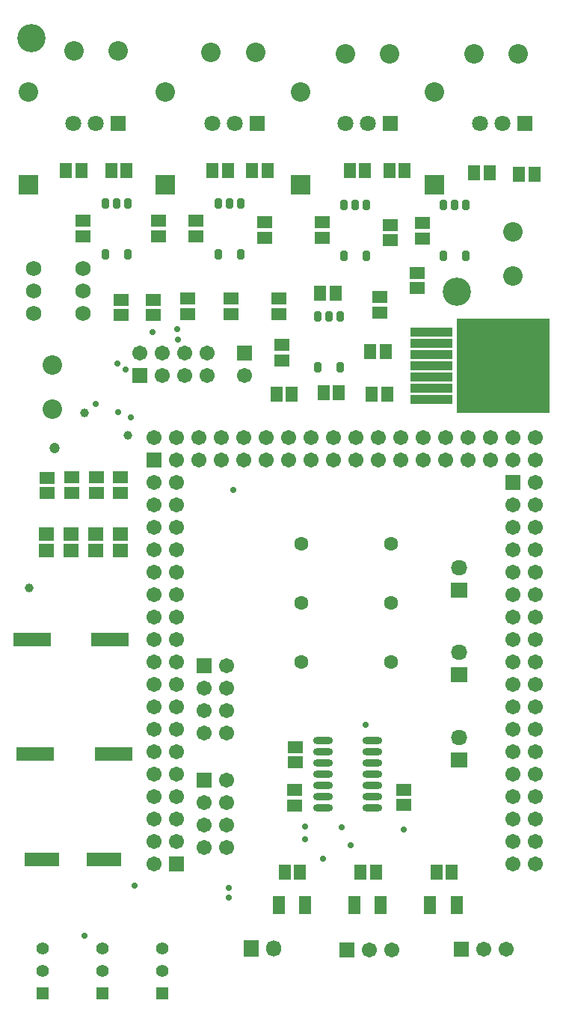
<source format=gts>
G04*
G04 #@! TF.GenerationSoftware,Altium Limited,Altium Designer,18.1.9 (240)*
G04*
G04 Layer_Color=8388736*
%FSLAX25Y25*%
%MOIN*%
G70*
G01*
G75*
%ADD35R,0.15761X0.06312*%
%ADD36R,0.05367X0.06587*%
%ADD37R,0.05249X0.07887*%
%ADD38R,0.16548X0.06312*%
%ADD39R,0.06587X0.05367*%
%ADD40O,0.08800X0.03200*%
%ADD41R,0.41351X0.42139*%
%ADD42R,0.18910X0.03950*%
G04:AMPARAMS|DCode=43|XSize=31.62mil|YSize=47.37mil|CornerRadius=0mil|HoleSize=0mil|Usage=FLASHONLY|Rotation=0.000|XOffset=0mil|YOffset=0mil|HoleType=Round|Shape=Octagon|*
%AMOCTAGOND43*
4,1,8,-0.00791,0.02368,0.00791,0.02368,0.01581,0.01578,0.01581,-0.01578,0.00791,-0.02368,-0.00791,-0.02368,-0.01581,-0.01578,-0.01581,0.01578,-0.00791,0.02368,0.0*
%
%ADD43OCTAGOND43*%

%ADD44R,0.06706X0.05918*%
%ADD45R,0.06706X0.06706*%
%ADD46C,0.06706*%
%ADD47R,0.08674X0.08674*%
%ADD48C,0.08674*%
%ADD49R,0.07099X0.07099*%
%ADD50C,0.07099*%
%ADD51C,0.05524*%
%ADD52R,0.05524X0.05524*%
%ADD53C,0.06800*%
%ADD54O,0.07300X0.06800*%
%ADD55R,0.07300X0.06800*%
%ADD56C,0.06312*%
%ADD57O,0.06800X0.07300*%
%ADD58R,0.06800X0.07300*%
%ADD59C,0.12611*%
%ADD60R,0.06706X0.06706*%
%ADD61C,0.02769*%
%ADD62C,0.03950*%
%ADD63C,0.04737*%
%ADD64C,0.05800*%
D35*
X42100Y73100D02*
D03*
X14341D02*
D03*
D36*
X197145Y67700D02*
D03*
X190255D02*
D03*
X114990Y380200D02*
D03*
X108100D02*
D03*
X146745Y281100D02*
D03*
X139855D02*
D03*
X125745Y280500D02*
D03*
X118855D02*
D03*
X207055Y379209D02*
D03*
X213945D02*
D03*
X151555Y380200D02*
D03*
X158445D02*
D03*
X176145Y380300D02*
D03*
X169255D02*
D03*
X90410Y380200D02*
D03*
X97300D02*
D03*
X25055D02*
D03*
X31945D02*
D03*
X138455Y325500D02*
D03*
X145345D02*
D03*
X156405Y67700D02*
D03*
X163295D02*
D03*
X122555D02*
D03*
X129445D02*
D03*
X160755Y299400D02*
D03*
X167645D02*
D03*
X161455Y280500D02*
D03*
X168345D02*
D03*
X45255Y380200D02*
D03*
X52145D02*
D03*
X227055Y378600D02*
D03*
X233945D02*
D03*
D37*
X187468Y53000D02*
D03*
X199200D02*
D03*
X165483D02*
D03*
X153751D02*
D03*
X131766D02*
D03*
X120034D02*
D03*
D38*
X11400Y120100D02*
D03*
X46280D02*
D03*
X44800Y171200D02*
D03*
X9920D02*
D03*
D39*
X181800Y327755D02*
D03*
Y334645D02*
D03*
X49400Y243545D02*
D03*
Y236655D02*
D03*
X175700Y97410D02*
D03*
Y104300D02*
D03*
X38600Y243545D02*
D03*
Y236655D02*
D03*
X16500Y243345D02*
D03*
Y236455D02*
D03*
X27533Y243545D02*
D03*
Y236655D02*
D03*
X120100Y323145D02*
D03*
Y316255D02*
D03*
X121300Y302445D02*
D03*
Y295555D02*
D03*
X66300Y350955D02*
D03*
Y357845D02*
D03*
X113800Y357245D02*
D03*
Y350355D02*
D03*
X184000Y356745D02*
D03*
Y349855D02*
D03*
X139300Y357045D02*
D03*
Y350155D02*
D03*
X82900Y357845D02*
D03*
Y350955D02*
D03*
X32700Y357745D02*
D03*
Y350855D02*
D03*
X164900Y316910D02*
D03*
Y323800D02*
D03*
X127300Y116410D02*
D03*
Y123300D02*
D03*
X127100Y104200D02*
D03*
Y97310D02*
D03*
X49500Y315710D02*
D03*
Y322600D02*
D03*
X64000Y315710D02*
D03*
Y322600D02*
D03*
X98500Y316210D02*
D03*
Y323100D02*
D03*
X79167Y316210D02*
D03*
Y323100D02*
D03*
X169500Y349055D02*
D03*
Y355945D02*
D03*
D40*
X161800Y126100D02*
D03*
Y121100D02*
D03*
Y116100D02*
D03*
Y111100D02*
D03*
Y106100D02*
D03*
Y101100D02*
D03*
Y96100D02*
D03*
X139800D02*
D03*
Y101100D02*
D03*
Y106100D02*
D03*
Y111100D02*
D03*
Y116100D02*
D03*
Y121100D02*
D03*
Y126100D02*
D03*
D41*
X220100Y293300D02*
D03*
D42*
X188100Y308300D02*
D03*
Y303300D02*
D03*
Y298300D02*
D03*
Y293300D02*
D03*
Y288300D02*
D03*
Y283300D02*
D03*
Y278300D02*
D03*
D43*
X193300Y342164D02*
D03*
X203300D02*
D03*
Y364900D02*
D03*
X193300D02*
D03*
X198300D02*
D03*
X142300Y315200D02*
D03*
X137300D02*
D03*
X147300D02*
D03*
Y292464D02*
D03*
X137300D02*
D03*
X154100Y364800D02*
D03*
X149100D02*
D03*
X159100D02*
D03*
Y342064D02*
D03*
X149100D02*
D03*
X98000Y365700D02*
D03*
X93000D02*
D03*
X103000D02*
D03*
Y342964D02*
D03*
X93000D02*
D03*
X47600Y365700D02*
D03*
X42600D02*
D03*
X52600D02*
D03*
Y342964D02*
D03*
X42600D02*
D03*
D44*
X49300Y218300D02*
D03*
Y210820D02*
D03*
X16400Y218300D02*
D03*
Y210820D02*
D03*
X38333D02*
D03*
Y218300D02*
D03*
X27367Y210820D02*
D03*
Y218300D02*
D03*
D45*
X201200Y33300D02*
D03*
X224400Y241300D02*
D03*
X104700Y298800D02*
D03*
X86500Y159400D02*
D03*
X150200Y33000D02*
D03*
X74400Y71300D02*
D03*
X86500Y108700D02*
D03*
D46*
X211200Y33300D02*
D03*
X221200D02*
D03*
X234400Y241300D02*
D03*
X224400Y231300D02*
D03*
X234400D02*
D03*
X224400Y221300D02*
D03*
X234400D02*
D03*
X224400Y211300D02*
D03*
X234400D02*
D03*
X224400Y201300D02*
D03*
X234400D02*
D03*
X224400Y191300D02*
D03*
X234400D02*
D03*
X224400Y181300D02*
D03*
X234400D02*
D03*
X224400Y171300D02*
D03*
X234400D02*
D03*
X224400Y161300D02*
D03*
X234400D02*
D03*
X224400Y151300D02*
D03*
X234400D02*
D03*
X224400Y141300D02*
D03*
X234400D02*
D03*
X224400Y131300D02*
D03*
X234400D02*
D03*
X224400Y121300D02*
D03*
X234400D02*
D03*
X224400Y111300D02*
D03*
X234400D02*
D03*
X224400Y101300D02*
D03*
X234400D02*
D03*
X224400Y91300D02*
D03*
X234400D02*
D03*
X224400Y81300D02*
D03*
X234400D02*
D03*
X224400Y71300D02*
D03*
X234400D02*
D03*
X104700Y288800D02*
D03*
X96500Y159400D02*
D03*
X86500Y149400D02*
D03*
X96500D02*
D03*
X86500Y139400D02*
D03*
X96500D02*
D03*
X86500Y129400D02*
D03*
X96500D02*
D03*
X160200Y33000D02*
D03*
X170200D02*
D03*
X64400Y261300D02*
D03*
X74400Y251300D02*
D03*
Y261300D02*
D03*
X84400Y251300D02*
D03*
Y261300D02*
D03*
X94400Y251300D02*
D03*
Y261300D02*
D03*
X104400Y251300D02*
D03*
Y261300D02*
D03*
X114400Y251300D02*
D03*
Y261300D02*
D03*
X124400Y251300D02*
D03*
Y261300D02*
D03*
X134400Y251300D02*
D03*
Y261300D02*
D03*
X144400Y251300D02*
D03*
Y261300D02*
D03*
X154400Y251300D02*
D03*
Y261300D02*
D03*
X164400Y251300D02*
D03*
Y261300D02*
D03*
X174400Y251300D02*
D03*
Y261300D02*
D03*
X184400Y251300D02*
D03*
Y261300D02*
D03*
X194400Y251300D02*
D03*
Y261300D02*
D03*
X204400Y251300D02*
D03*
Y261300D02*
D03*
X214400Y251300D02*
D03*
Y261300D02*
D03*
X224400Y251300D02*
D03*
Y261300D02*
D03*
X234400Y251300D02*
D03*
Y261300D02*
D03*
X64400Y241300D02*
D03*
X74400D02*
D03*
X64400Y231300D02*
D03*
X74400D02*
D03*
X64400Y221300D02*
D03*
X74400D02*
D03*
X64400Y211300D02*
D03*
X74400D02*
D03*
X64400Y201300D02*
D03*
X74400D02*
D03*
X64400Y191300D02*
D03*
X74400D02*
D03*
X64400Y181300D02*
D03*
X74400D02*
D03*
X64400Y171300D02*
D03*
X74400D02*
D03*
X64400Y161300D02*
D03*
X74400D02*
D03*
X64400Y151300D02*
D03*
X74400D02*
D03*
X64400Y141300D02*
D03*
X74400D02*
D03*
X64400Y131300D02*
D03*
X74400D02*
D03*
X64400Y121300D02*
D03*
X74400D02*
D03*
X64400Y111300D02*
D03*
X74400D02*
D03*
X64400Y101300D02*
D03*
X74400D02*
D03*
X64400Y91300D02*
D03*
X74400D02*
D03*
X64400Y81300D02*
D03*
X74400D02*
D03*
X64400Y71300D02*
D03*
X96500Y78700D02*
D03*
X86500D02*
D03*
X96500Y88700D02*
D03*
X86500D02*
D03*
X96500Y98700D02*
D03*
X86500D02*
D03*
X96500Y108700D02*
D03*
X88000Y298800D02*
D03*
Y288800D02*
D03*
X78000Y298800D02*
D03*
Y288800D02*
D03*
X68000Y298800D02*
D03*
Y288800D02*
D03*
X58000Y298800D02*
D03*
D47*
X189200Y374009D02*
D03*
X129800D02*
D03*
X8200D02*
D03*
X69300D02*
D03*
D48*
X189200Y415191D02*
D03*
X207115Y432200D02*
D03*
X226800D02*
D03*
X19100Y273815D02*
D03*
Y293500D02*
D03*
X169400Y432100D02*
D03*
X149715D02*
D03*
X109500Y432800D02*
D03*
X89815D02*
D03*
X48385Y433500D02*
D03*
X28700D02*
D03*
X129800Y415191D02*
D03*
X8200D02*
D03*
X224300Y352785D02*
D03*
Y333100D02*
D03*
X69300Y415191D02*
D03*
D49*
X229700Y401100D02*
D03*
X110300D02*
D03*
X48400D02*
D03*
X169500D02*
D03*
D50*
X219700D02*
D03*
X209700D02*
D03*
X90300D02*
D03*
X100300D02*
D03*
X28400D02*
D03*
X38400D02*
D03*
X149500D02*
D03*
X159500D02*
D03*
D51*
X68000Y33500D02*
D03*
Y23500D02*
D03*
X14700D02*
D03*
Y33500D02*
D03*
X41350Y23500D02*
D03*
Y33500D02*
D03*
D52*
X68000Y13500D02*
D03*
X14700D02*
D03*
X41350D02*
D03*
D53*
X32500Y316500D02*
D03*
Y336500D02*
D03*
Y326500D02*
D03*
X10500Y316500D02*
D03*
Y326500D02*
D03*
Y336500D02*
D03*
D54*
X200400Y203300D02*
D03*
Y127510D02*
D03*
Y165405D02*
D03*
D55*
Y193290D02*
D03*
Y117500D02*
D03*
Y155395D02*
D03*
D56*
X169900Y213800D02*
D03*
X129900D02*
D03*
X130000Y161100D02*
D03*
X170000D02*
D03*
X129900Y187450D02*
D03*
X169900D02*
D03*
D57*
X117600Y33600D02*
D03*
D58*
X107590D02*
D03*
D59*
X199400Y326100D02*
D03*
X9700Y439100D02*
D03*
D60*
X64400Y251300D02*
D03*
X58000Y288800D02*
D03*
D61*
X74600Y309600D02*
D03*
X140000Y111100D02*
D03*
X158800Y133200D02*
D03*
X33400Y39200D02*
D03*
X55800Y61600D02*
D03*
X139700Y73600D02*
D03*
X152000Y79700D02*
D03*
X147900Y87600D02*
D03*
X175700Y86400D02*
D03*
X131700Y82300D02*
D03*
Y87800D02*
D03*
X97800Y56100D02*
D03*
Y60400D02*
D03*
X161900Y111100D02*
D03*
X54000Y270200D02*
D03*
X38333Y276100D02*
D03*
X48385Y272700D02*
D03*
X99500Y237800D02*
D03*
X48000Y294200D02*
D03*
X51700Y291600D02*
D03*
X74900Y304800D02*
D03*
X63500Y308200D02*
D03*
D62*
X52800Y262300D02*
D03*
X8800Y194147D02*
D03*
X14000Y72800D02*
D03*
X11800Y119500D02*
D03*
X33400Y272300D02*
D03*
D63*
X20100Y256500D02*
D03*
X4900Y170800D02*
D03*
D64*
X223500Y298133D02*
D03*
Y307700D02*
D03*
X215100Y302800D02*
D03*
X234100Y297833D02*
D03*
Y307400D02*
D03*
Y288267D02*
D03*
X223500Y288567D02*
D03*
X215100Y283600D02*
D03*
X223500Y279000D02*
D03*
X234100Y278700D02*
D03*
M02*

</source>
